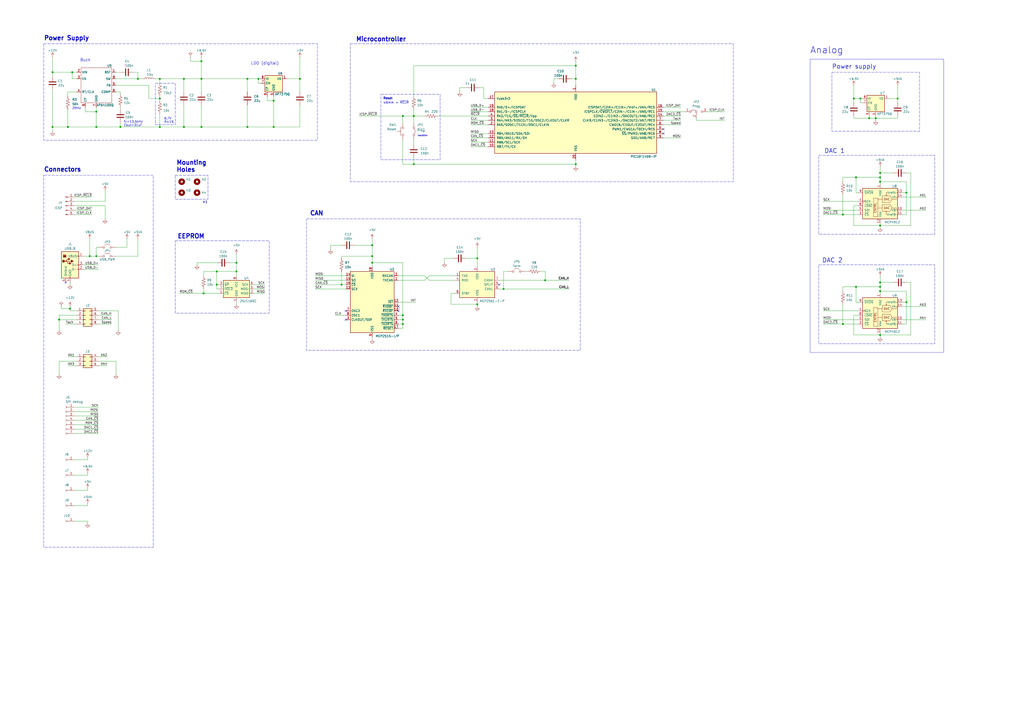
<source format=kicad_sch>
(kicad_sch (version 20250114) (generator "eeschema") (generator_version "9.0")
  (paper "A2")
  (title_block (title "CAN Gauge Interface") (date "2025-09-19") (rev "0.1") (company "Sam Anthony"))
  (rectangle (start 482.6 41.91) (end 533.4 76.2) (stroke (width 0) (type dash)))
  (rectangle (start 25.4 25.4) (end 184.15 81.28) (stroke (width 0) (type dash)))
  (rectangle (start 101.6 139.7) (end 156.21 181.61) (stroke (width 0) (type dash)))
  (rectangle (start 101.6 101.5999) (end 120.65 115.5699) (stroke (width 0) (type dash)))
  (rectangle (start 90.17 48.26) (end 101.6 72.39) (stroke (width 0) (type dash)))
  (rectangle (start 220.98 54.61) (end 255.27 92.71) (stroke (width 0) (type dash)))
  (rectangle (start 474.98 153.67) (end 542.29 199.39) (stroke (width 0) (type dash)))
  (rectangle (start 177.8 127) (end 336.55 203.2) (stroke (width 0) (type dash)))
  (rectangle (start 25.4 101.6) (end 88.9 317.5) (stroke (width 0) (type dash)))
  (rectangle (start 474.98 90.17) (end 542.29 135.89) (stroke (width 0) (type dash)))
  (rectangle (start 203.2 25.4) (end 425.45 105.41) (stroke (width 0) (type dash)))
  (rectangle (start 469.9 34.29) (end 547.37 204.47))
  (text "Connectors" (at 25.4 98.425 0) (effects (font (size 2.54 2.54) (thickness 0.508) (bold yes)) (justify left)))
  (text "Power Supply" (at 25.4 22.225 0) (effects (font (size 2.54 2.54) (thickness 0.508) (bold yes)) (justify left)))
  (text "LDO (digital)" (at 153.67 36.83 0) (effects (font (size 1.651 1.651))))
  (text "CAN" (at 179.705 123.825 0) (effects (font (size 2.54 2.54) (thickness 0.508) (bold yes)) (justify left)))
  (text "2MHz\n" (at 44.45 62.865 0) (effects (font (size 1.27 1.27))))
  (text "6.7V\nR±1%" (at 95.25 69.85 0) (effects (font (size 1.27 1.27)) (justify left)))
  (text "Reset" (at 222.25 57.15 0) (effects (font (size 1.27 1.27) (thickness 0.254) (bold yes)) (justify left)))
  (text "fc=13.5kHz\nCout=31uF" (at 71.755 71.755 0) (effects (font (size 1.27 1.27)) (justify left)))
  (text "Mounting\nHoles" (at 102.235 96.5199 0) (effects (font (size 2.54 2.54) (thickness 0.508) (bold yes)) (justify left)))
  (text "Power supply" (at 482.6 38.735 0) (effects (font (size 2.54 2.54) (thickness 0.254) (bold yes)) (justify left)))
  (text "M3\n" (at 117.475 117.4749 0) (effects (font (size 1.27 1.27)) (justify left)))
  (text "EEPROM" (at 102.87 137.16 0) (effects (font (size 2.54 2.54) (thickness 0.508) (bold yes)) (justify left)))
  (text "≤6mm ↔ ~{MCLR}" (at 222.25 59.69 0) (effects (font (size 1.27 1.27)) (justify left)))
  (text "DAC 1" (at 478.155 87.63 0) (effects (font (size 2.54 2.54) (thickness 0.254) (bold yes)) (justify left)))
  (text "Buck" (at 49.53 34.925 0) (effects (font (size 1.651 1.651))))
  (text "Microcontroller" (at 206.375 22.86 0) (effects (font (size 2.54 2.54) (thickness 0.508) (bold yes)) (justify left)))
  (text "Analog" (at 469.9 29.21 0) (effects (font (size 3.81 3.81) (thickness 0.254) (bold yes)) (justify left)))
  (text "Isolation" (at 245.11 78.74 0) (effects (font (size 0.889 0.889))))
  (text "DAC 2" (at 476.885 151.13 0) (effects (font (size 2.54 2.54) (thickness 0.254) (bold yes)) (justify left)))
  (junction (at 158.75 58.42))
  (junction (at 510.54 166.37))
  (junction (at 504.19 68.58))
  (junction (at 106.68 45.72))
  (junction (at 510.54 168.91))
  (junction (at 137.16 157.48))
  (junction (at 510.54 100.33))
  (junction (at 55.88 73.66))
  (junction (at 116.84 73.66))
  (junction (at 39.37 73.66))
  (junction (at 106.68 73.66))
  (junction (at 233.68 185.42))
  (junction (at 173.99 45.72))
  (junction (at 34.29 185.42))
  (junction (at 496.57 166.37))
  (junction (at 137.16 152.4))
  (junction (at 525.78 111.76))
  (junction (at 143.51 73.66))
  (junction (at 488.95 187.96))
  (junction (at 92.71 73.66))
  (junction (at 334.01 38.1))
  (junction (at 508 68.58))
  (junction (at 233.68 182.88))
  (junction (at 334.01 45.72))
  (junction (at 495.3 57.15))
  (junction (at 55.88 148.59))
  (junction (at 488.95 124.46))
  (junction (at 40.64 179.07))
  (junction (at 510.54 130.81))
  (junction (at 334.01 95.25))
  (junction (at 149.86 45.72))
  (junction (at 30.48 41.91))
  (junction (at 158.75 73.66))
  (junction (at 215.9 142.24))
  (junction (at 80.01 45.72))
  (junction (at 240.03 67.31))
  (junction (at 510.54 102.87))
  (junction (at 510.54 194.31))
  (junction (at 92.71 57.15))
  (junction (at 55.88 64.77))
  (junction (at 525.78 175.26))
  (junction (at 30.48 73.66))
  (junction (at 92.71 45.72))
  (junction (at 276.86 176.53))
  (junction (at 116.84 35.56))
  (junction (at 215.9 152.4))
  (junction (at 520.7 57.15))
  (junction (at 276.86 149.86))
  (junction (at 316.23 162.56))
  (junction (at 125.73 165.1))
  (junction (at 41.91 41.91))
  (junction (at 510.54 163.83))
  (junction (at 499.11 57.15))
  (junction (at 118.11 170.18))
  (junction (at 52.07 148.59))
  (junction (at 215.9 148.59))
  (junction (at 496.57 102.87))
  (junction (at 198.12 165.1))
  (junction (at 125.73 157.48))
  (junction (at 510.54 105.41))
  (junction (at 69.85 73.66))
  (junction (at 240.03 95.25))
  (junction (at 233.68 67.31))
  (junction (at 233.68 187.96))
  (junction (at 143.51 45.72))
  (junction (at 116.84 45.72))
  (junction (at 292.1 167.64))
  (no_connect (at 38.1 163.83))
  (no_connect (at 231.14 177.8))
  (no_connect (at 200.66 185.42))
  (no_connect (at 289.56 165.1))
  (no_connect (at 200.66 180.34))
  (no_connect (at 384.81 74.93))
  (no_connect (at 384.81 77.47))
  (no_connect (at 231.14 180.34))
  (wire (pts (xy 231.14 162.56) (xy 246.38 162.56)))
  (wire (pts (xy 240.03 95.25) (xy 240.03 91.44)))
  (wire (pts (xy 499.11 57.15) (xy 495.3 57.15)))
  (wire (pts (xy 116.84 33.02) (xy 116.84 35.56)))
  (wire (pts (xy 215.9 142.24) (xy 215.9 148.59)))
  (wire (pts (xy 50.8 302.26) (xy 50.8 303.53)))
  (wire (pts (xy 44.45 185.42) (xy 34.29 185.42)))
  (wire (pts (xy 57.15 182.88) (xy 64.77 182.88)))
  (wire (pts (xy 106.68 45.72) (xy 116.84 45.72)))
  (wire (pts (xy 158.75 58.42) (xy 158.75 73.66)))
  (wire (pts (xy 495.3 182.88) (xy 497.84 182.88)))
  (wire (pts (xy 292.1 157.48) (xy 294.64 157.48)))
  (wire (pts (xy 44.45 209.55) (xy 34.29 209.55)))
  (wire (pts (xy 233.68 187.96) (xy 233.68 185.42)))
  (wire (pts (xy 495.3 119.38) (xy 497.84 119.38)))
  (wire (pts (xy 240.03 38.1) (xy 334.01 38.1)))
  (wire (pts (xy 231.14 187.96) (xy 233.68 187.96)))
  (wire (pts (xy 44.45 41.91) (xy 41.91 41.91)))
  (wire (pts (xy 384.81 80.01) (xy 394.97 80.01)))
  (wire (pts (xy 508 67.31) (xy 508 68.58)))
  (wire (pts (xy 289.56 167.64) (xy 292.1 167.64)))
  (wire (pts (xy 510.54 168.91) (xy 510.54 170.18)))
  (wire (pts (xy 215.9 195.58) (xy 215.9 196.85)))
  (wire (pts (xy 60.96 116.84) (xy 60.96 110.49)))
  (wire (pts (xy 67.31 53.34) (xy 69.85 53.34)))
  (wire (pts (xy 499.11 59.69) (xy 499.11 57.15)))
  (wire (pts (xy 80.01 45.72) (xy 82.55 45.72)))
  (wire (pts (xy 48.26 153.67) (xy 57.15 153.67)))
  (wire (pts (xy 127 165.1) (xy 125.73 165.1)))
  (wire (pts (xy 262.89 149.86) (xy 257.81 149.86)))
  (wire (pts (xy 496.57 175.26) (xy 496.57 166.37)))
  (wire (pts (xy 149.86 48.26) (xy 149.86 45.72)))
  (wire (pts (xy 488.95 187.96) (xy 497.84 187.96)))
  (wire (pts (xy 118.11 157.48) (xy 125.73 157.48)))
  (wire (pts (xy 92.71 73.66) (xy 106.68 73.66)))
  (wire (pts (xy 240.03 38.1) (xy 240.03 55.88)))
  (wire (pts (xy 403.86 69.85) (xy 420.37 69.85)))
  (wire (pts (xy 523.24 124.46) (xy 525.78 124.46)))
  (wire (pts (xy 44.45 53.34) (xy 39.37 53.34)))
  (wire (pts (xy 477.52 180.34) (xy 497.84 180.34)))
  (wire (pts (xy 510.54 193.04) (xy 510.54 194.31)))
  (wire (pts (xy 233.68 185.42) (xy 233.68 182.88)))
  (wire (pts (xy 510.54 194.31) (xy 510.54 195.58)))
  (wire (pts (xy 525.78 168.91) (xy 510.54 168.91)))
  (wire (pts (xy 69.85 53.34) (xy 69.85 54.61)))
  (wire (pts (xy 499.11 57.15) (xy 500.38 57.15)))
  (wire (pts (xy 149.86 45.72) (xy 151.13 45.72)))
  (wire (pts (xy 198.12 165.1) (xy 198.12 157.48)))
  (wire (pts (xy 57.15 209.55) (xy 67.31 209.55)))
  (wire (pts (xy 34.29 185.42) (xy 34.29 191.77)))
  (wire (pts (xy 44.45 182.88) (xy 34.29 182.88)))
  (wire (pts (xy 116.84 45.72) (xy 143.51 45.72)))
  (wire (pts (xy 43.18 243.84) (xy 57.15 243.84)))
  (wire (pts (xy 273.05 82.55) (xy 283.21 82.55)))
  (wire (pts (xy 495.3 130.81) (xy 510.54 130.81)))
  (wire (pts (xy 523.24 177.8) (xy 537.21 177.8)))
  (wire (pts (xy 151.13 48.26) (xy 149.86 48.26)))
  (wire (pts (xy 384.81 72.39) (xy 394.97 72.39)))
  (wire (pts (xy 528.32 130.81) (xy 510.54 130.81)))
  (wire (pts (xy 50.8 275.59) (xy 50.8 274.32)))
  (wire (pts (xy 182.88 165.1) (xy 198.12 165.1)))
  (wire (pts (xy 43.18 246.38) (xy 57.15 246.38)))
  (wire (pts (xy 154.94 55.88) (xy 154.94 58.42)))
  (wire (pts (xy 497.84 111.76) (xy 496.57 111.76)))
  (wire (pts (xy 158.75 73.66) (xy 143.51 73.66)))
  (wire (pts (xy 523.24 114.3) (xy 537.21 114.3)))
  (wire (pts (xy 55.88 148.59) (xy 57.15 148.59)))
  (wire (pts (xy 30.48 41.91) (xy 30.48 44.45)))
  (wire (pts (xy 273.05 69.85) (xy 283.21 69.85)))
  (wire (pts (xy 182.88 160.02) (xy 200.66 160.02)))
  (wire (pts (xy 525.78 105.41) (xy 525.78 111.76)))
  (wire (pts (xy 496.57 102.87) (xy 510.54 102.87)))
  (wire (pts (xy 496.57 111.76) (xy 496.57 102.87)))
  (wire (pts (xy 49.53 62.23) (xy 49.53 64.77)))
  (wire (pts (xy 525.78 168.91) (xy 525.78 175.26)))
  (wire (pts (xy 194.31 182.88) (xy 200.66 182.88)))
  (wire (pts (xy 477.52 185.42) (xy 497.84 185.42)))
  (wire (pts (xy 39.37 53.34) (xy 39.37 55.88)))
  (wire (pts (xy 92.71 66.04) (xy 92.71 73.66)))
  (wire (pts (xy 57.15 180.34) (xy 68.58 180.34)))
  (wire (pts (xy 118.11 160.02) (xy 118.11 157.48)))
  (wire (pts (xy 384.81 62.23) (xy 394.97 62.23)))
  (wire (pts (xy 334.01 45.72) (xy 331.47 45.72)))
  (wire (pts (xy 334.01 49.53) (xy 334.01 45.72)))
  (wire (pts (xy 215.9 148.59) (xy 215.9 152.4)))
  (wire (pts (xy 143.51 45.72) (xy 143.51 53.34)))
  (wire (pts (xy 384.81 67.31) (xy 394.97 67.31)))
  (wire (pts (xy 208.28 67.31) (xy 233.68 67.31)))
  (wire (pts (xy 510.54 163.83) (xy 510.54 166.37)))
  (wire (pts (xy 68.58 180.34) (xy 68.58 191.77)))
  (wire (pts (xy 495.3 130.81) (xy 495.3 119.38)))
  (wire (pts (xy 523.24 185.42) (xy 537.21 185.42)))
  (wire (pts (xy 39.37 63.5) (xy 39.37 73.66)))
  (wire (pts (xy 50.8 293.37) (xy 50.8 292.1)))
  (wire (pts (xy 43.18 114.3) (xy 53.34 114.3)))
  (wire (pts (xy 191.77 142.24) (xy 191.77 144.78)))
  (wire (pts (xy 92.71 45.72) (xy 92.71 48.26)))
  (wire (pts (xy 57.15 212.09) (xy 62.23 212.09)))
  (wire (pts (xy 510.54 160.02) (xy 510.54 163.83)))
  (wire (pts (xy 528.32 163.83) (xy 528.32 194.31)))
  (wire (pts (xy 60.96 119.38) (xy 60.96 127)))
  (wire (pts (xy 283.21 57.15) (xy 280.67 57.15)))
  (wire (pts (xy 528.32 100.33) (xy 528.32 130.81)))
  (wire (pts (xy 173.99 45.72) (xy 173.99 53.34)))
  (wire (pts (xy 125.73 167.64) (xy 125.73 165.1)))
  (wire (pts (xy 525.78 105.41) (xy 510.54 105.41)))
  (wire (pts (xy 40.64 179.07) (xy 35.56 179.07)))
  (wire (pts (xy 495.3 67.31) (xy 495.3 68.58)))
  (wire (pts (xy 125.73 157.48) (xy 137.16 157.48)))
  (wire (pts (xy 55.88 143.51) (xy 57.15 143.51)))
  (wire (pts (xy 118.11 170.18) (xy 118.11 167.64)))
  (wire (pts (xy 67.31 209.55) (xy 67.31 217.17)))
  (wire (pts (xy 137.16 152.4) (xy 137.16 157.48)))
  (wire (pts (xy 147.32 170.18) (xy 153.67 170.18)))
  (wire (pts (xy 106.68 73.66) (xy 116.84 73.66)))
  (wire (pts (xy 280.67 50.8) (xy 278.13 50.8)))
  (wire (pts (xy 50.8 284.48) (xy 50.8 283.21)))
  (wire (pts (xy 520.7 68.58) (xy 520.7 67.31)))
  (wire (pts (xy 116.84 60.96) (xy 116.84 73.66)))
  (wire (pts (xy 55.88 62.23) (xy 55.88 64.77)))
  (wire (pts (xy 384.81 64.77) (xy 397.51 64.77)))
  (wire (pts (xy 270.51 149.86) (xy 276.86 149.86)))
  (wire (pts (xy 43.18 275.59) (xy 50.8 275.59)))
  (wire (pts (xy 273.05 80.01) (xy 283.21 80.01)))
  (wire (pts (xy 41.91 45.72) (xy 41.91 41.91)))
  (wire (pts (xy 198.12 149.86) (xy 198.12 148.59)))
  (wire (pts (xy 280.67 57.15) (xy 280.67 50.8)))
  (wire (pts (xy 266.7 50.8) (xy 266.7 53.34)))
  (wire (pts (xy 30.48 73.66) (xy 30.48 76.2)))
  (wire (pts (xy 488.95 102.87) (xy 496.57 102.87)))
  (wire (pts (xy 520.7 57.15) (xy 515.62 57.15)))
  (wire (pts (xy 154.94 58.42) (xy 158.75 58.42)))
  (wire (pts (xy 44.45 180.34) (xy 40.64 180.34)))
  (wire (pts (xy 257.81 149.86) (xy 257.81 152.4)))
  (wire (pts (xy 316.23 157.48) (xy 316.23 162.56)))
  (wire (pts (xy 39.37 207.01) (xy 44.45 207.01)))
  (wire (pts (xy 495.3 57.15) (xy 495.3 49.53)))
  (wire (pts (xy 233.68 67.31) (xy 233.68 71.12)))
  (wire (pts (xy 92.71 57.15) (xy 86.36 57.15)))
  (wire (pts (xy 233.68 152.4) (xy 233.68 182.88)))
  (wire (pts (xy 38.1 187.96) (xy 44.45 187.96)))
  (wire (pts (xy 92.71 45.72) (xy 106.68 45.72)))
  (wire (pts (xy 43.18 251.46) (xy 57.15 251.46)))
  (wire (pts (xy 57.15 185.42) (xy 64.77 185.42)))
  (wire (pts (xy 240.03 81.28) (xy 240.03 83.82)))
  (wire (pts (xy 504.19 68.58) (xy 508 68.58)))
  (wire (pts (xy 233.68 152.4) (xy 215.9 152.4)))
  (wire (pts (xy 86.36 49.53) (xy 67.31 49.53)))
  (wire (pts (xy 510.54 105.41) (xy 510.54 106.68)))
  (wire (pts (xy 57.15 187.96) (xy 64.77 187.96)))
  (wire (pts (xy 40.64 180.34) (xy 40.64 179.07)))
  (wire (pts (xy 273.05 77.47) (xy 283.21 77.47)))
  (wire (pts (xy 158.75 55.88) (xy 158.75 58.42)))
  (wire (pts (xy 200.66 165.1) (xy 198.12 165.1)))
  (wire (pts (xy 30.48 33.02) (xy 30.48 41.91)))
  (wire (pts (xy 316.23 162.56) (xy 330.2 162.56)))
  (wire (pts (xy 233.68 67.31) (xy 240.03 67.31)))
  (wire (pts (xy 528.32 194.31) (xy 510.54 194.31)))
  (wire (pts (xy 198.12 148.59) (xy 215.9 148.59)))
  (wire (pts (xy 92.71 57.15) (xy 92.71 58.42)))
  (wire (pts (xy 173.99 73.66) (xy 158.75 73.66)))
  (wire (pts (xy 525.78 175.26) (xy 525.78 187.96)))
  (wire (pts (xy 510.54 96.52) (xy 510.54 100.33)))
  (wire (pts (xy 231.14 190.5) (xy 233.68 190.5)))
  (wire (pts (xy 304.8 157.48) (xy 306.07 157.48)))
  (wire (pts (xy 104.14 170.18) (xy 118.11 170.18)))
  (wire (pts (xy 495.3 194.31) (xy 510.54 194.31)))
  (wire (pts (xy 270.51 50.8) (xy 266.7 50.8)))
  (wire (pts (xy 334.01 95.25) (xy 334.01 96.52)))
  (wire (pts (xy 410.21 64.77) (xy 420.37 64.77)))
  (wire (pts (xy 55.88 73.66) (xy 39.37 73.66)))
  (wire (pts (xy 510.54 100.33) (xy 518.16 100.33)))
  (wire (pts (xy 43.18 241.3) (xy 57.15 241.3)))
  (wire (pts (xy 40.64 179.07) (xy 40.64 177.8)))
  (wire (pts (xy 43.18 238.76) (xy 57.15 238.76)))
  (wire (pts (xy 510.54 166.37) (xy 510.54 168.91)))
  (wire (pts (xy 488.95 168.91) (xy 488.95 166.37)))
  (wire (pts (xy 500.38 59.69) (xy 499.11 59.69)))
  (wire (pts (xy 55.88 148.59) (xy 55.88 143.51)))
  (wire (pts (xy 116.84 35.56) (xy 116.84 45.72)))
  (wire (pts (xy 67.31 148.59) (xy 80.01 148.59)))
  (wire (pts (xy 254 67.31) (xy 283.21 67.31)))
  (wire (pts (xy 106.68 45.72) (xy 106.68 53.34)))
  (wire (pts (xy 523.24 175.26) (xy 525.78 175.26)))
  (wire (pts (xy 48.26 148.59) (xy 52.07 148.59)))
  (wire (pts (xy 233.68 81.28) (xy 233.68 95.25)))
  (wire (pts (xy 92.71 73.66) (xy 69.85 73.66)))
  (wire (pts (xy 52.07 148.59) (xy 55.88 148.59)))
  (wire (pts (xy 43.18 284.48) (xy 50.8 284.48)))
  (wire (pts (xy 488.95 166.37) (xy 496.57 166.37)))
  (wire (pts (xy 273.05 64.77) (xy 283.21 64.77)))
  (wire (pts (xy 488.95 124.46) (xy 497.84 124.46)))
  (wire (pts (xy 520.7 49.53) (xy 520.7 57.15)))
  (wire (pts (xy 69.85 62.23) (xy 69.85 63.5)))
  (wire (pts (xy 147.32 167.64) (xy 153.67 167.64)))
  (wire (pts (xy 510.54 102.87) (xy 510.54 105.41)))
  (wire (pts (xy 57.15 207.01) (xy 62.23 207.01)))
  (wire (pts (xy 173.99 33.02) (xy 173.99 45.72)))
  (wire (pts (xy 44.45 45.72) (xy 41.91 45.72)))
  (wire (pts (xy 496.57 166.37) (xy 510.54 166.37)))
  (wire (pts (xy 276.86 176.53) (xy 276.86 177.8)))
  (wire (pts (xy 77.47 41.91) (xy 80.01 41.91)))
  (wire (pts (xy 248.92 160.02) (xy 246.38 162.56)))
  (wire (pts (xy 39.37 212.09) (xy 44.45 212.09)))
  (wire (pts (xy 90.17 45.72) (xy 92.71 45.72)))
  (wire (pts (xy 495.3 68.58) (xy 504.19 68.58)))
  (wire (pts (xy 488.95 113.03) (xy 488.95 124.46)))
  (wire (pts (xy 321.31 45.72) (xy 323.85 45.72)))
  (wire (pts (xy 137.16 175.26) (xy 137.16 176.53)))
  (wire (pts (xy 34.29 209.55) (xy 34.29 217.17)))
  (wire (pts (xy 231.14 182.88) (xy 233.68 182.88)))
  (wire (pts (xy 495.3 57.15) (xy 495.3 59.69)))
  (wire (pts (xy 137.16 157.48) (xy 137.16 160.02)))
  (wire (pts (xy 125.73 157.48) (xy 125.73 165.1)))
  (wire (pts (xy 510.54 130.81) (xy 510.54 132.08)))
  (wire (pts (xy 313.69 157.48) (xy 316.23 157.48)))
  (wire (pts (xy 92.71 55.88) (xy 92.71 57.15)))
  (wire (pts (xy 334.01 92.71) (xy 334.01 95.25)))
  (wire (pts (xy 116.84 45.72) (xy 116.84 53.34)))
  (wire (pts (xy 477.52 187.96) (xy 488.95 187.96)))
  (wire (pts (xy 276.86 175.26) (xy 276.86 176.53)))
  (wire (pts (xy 67.31 45.72) (xy 80.01 45.72)))
  (wire (pts (xy 43.18 248.92) (xy 57.15 248.92)))
  (wire (pts (xy 173.99 60.96) (xy 173.99 73.66)))
  (wire (pts (xy 495.3 194.31) (xy 495.3 182.88)))
  (wire (pts (xy 34.29 182.88) (xy 34.29 185.42)))
  (wire (pts (xy 292.1 167.64) (xy 292.1 157.48)))
  (wire (pts (xy 80.01 41.91) (xy 80.01 45.72)))
  (wire (pts (xy 182.88 167.64) (xy 200.66 167.64)))
  (wire (pts (xy 50.8 266.7) (xy 50.8 265.43)))
  (wire (pts (xy 43.18 293.37) (xy 50.8 293.37)))
  (wire (pts (xy 143.51 73.66) (xy 116.84 73.66)))
  (wire (pts (xy 69.85 73.66) (xy 55.88 73.66)))
  (wire (pts (xy 133.35 152.4) (xy 137.16 152.4)))
  (wire (pts (xy 273.05 72.39) (xy 283.21 72.39)))
  (wire (pts (xy 67.31 41.91) (xy 69.85 41.91)))
  (wire (pts (xy 137.16 147.32) (xy 137.16 152.4)))
  (wire (pts (xy 240.03 95.25) (xy 334.01 95.25)))
  (wire (pts (xy 69.85 71.12) (xy 69.85 73.66)))
  (wire (pts (xy 525.78 100.33) (xy 528.32 100.33)))
  (wire (pts (xy 198.12 142.24) (xy 191.77 142.24)))
  (wire (pts (xy 261.62 170.18) (xy 264.16 170.18)))
  (wire (pts (xy 49.53 64.77) (xy 55.88 64.77)))
  (wire (pts (xy 215.9 138.43) (xy 215.9 142.24)))
  (wire (pts (xy 510.54 100.33) (xy 510.54 102.87)))
  (wire (pts (xy 110.49 35.56) (xy 110.49 33.02)))
  (wire (pts (xy 43.18 116.84) (xy 60.96 116.84)))
  (wire (pts (xy 240.03 67.31) (xy 246.38 67.31)))
  (wire (pts (xy 523.24 111.76) (xy 525.78 111.76)))
  (wire (pts (xy 289.56 162.56) (xy 316.23 162.56)))
  (wire (pts (xy 48.26 156.21) (xy 57.15 156.21)))
  (wire (pts (xy 30.48 52.07) (xy 30.48 73.66)))
  (wire (pts (xy 73.66 143.51) (xy 73.66 138.43)))
  (wire (pts (xy 43.18 119.38) (xy 60.96 119.38)))
  (wire (pts (xy 52.07 138.43) (xy 52.07 148.59)))
  (wire (pts (xy 520.7 59.69) (xy 520.7 57.15)))
  (wire (pts (xy 240.03 67.31) (xy 240.03 71.12)))
  (wire (pts (xy 215.9 152.4) (xy 215.9 154.94)))
  (wire (pts (xy 233.68 95.25) (xy 240.03 95.25)))
  (wire (pts (xy 147.32 165.1) (xy 153.67 165.1)))
  (wire (pts (xy 35.56 179.07) (xy 35.56 177.8)))
  (wire (pts (xy 106.68 60.96) (xy 106.68 73.66)))
  (wire (pts (xy 261.62 176.53) (xy 261.62 170.18)))
  (wire (pts (xy 41.91 41.91) (xy 30.48 41.91)))
  (wire (pts (xy 43.18 124.46) (xy 53.34 124.46)))
  (wire (pts (xy 40.64 163.83) (xy 40.64 165.1)))
  (wire (pts (xy 127 167.64) (xy 125.73 167.64)))
  (wire (pts (xy 43.18 302.26) (xy 50.8 302.26)))
  (wire (pts (xy 523.24 121.92) (xy 537.21 121.92)))
  (wire (pts (xy 384.81 69.85) (xy 394.97 69.85)))
  (wire (pts (xy 205.74 142.24) (xy 215.9 142.24)))
  (wire (pts (xy 508 68.58) (xy 520.7 68.58)))
  (wire (pts (xy 231.14 160.02) (xy 246.38 160.02)))
  (wire (pts (xy 488.95 105.41) (xy 488.95 102.87)))
  (wire (pts (xy 488.95 176.53) (xy 488.95 187.96)))
  (wire (pts (xy 143.51 60.96) (xy 143.51 73.66)))
  (wire (pts (xy 276.86 176.53) (xy 261.62 176.53)))
  (wire (pts (xy 321.31 48.26) (xy 321.31 45.72)))
  (wire (pts (xy 523.24 187.96) (xy 525.78 187.96)))
  (wire (pts (xy 67.31 143.51) (xy 73.66 143.51)))
  (wire (pts (xy 43.18 236.22) (xy 57.15 236.22)))
  (wire (pts (xy 477.52 124.46) (xy 488.95 124.46)))
  (wire (pts (xy 149.86 45.72) (xy 143.51 45.72)))
  (wire (pts (xy 114.3 152.4) (xy 114.3 153.67)))
  (wire (pts (xy 504.19 67.31) (xy 504.19 68.58)))
  (wire (pts (xy 86.36 57.15) (xy 86.36 49.53)))
  (wire (pts (xy 114.3 152.4) (xy 125.73 152.4)))
  (wire (pts (xy 497.84 175.26) (xy 496.57 175.26)))
  (wire (pts (xy 403.86 68.58) (xy 403.86 69.85)))
  (wire (pts (xy 508 68.58) (xy 508 69.85)))
  (wire (pts (xy 334.01 38.1) (xy 334.01 45.72)))
  (wire (pts (xy 116.84 35.56) (xy 110.49 35.56)))
  (wire (pts (xy 276.86 143.51) (xy 276.86 149.86)))
  (wire (pts (xy 127 170.18) (xy 118.11 170.18)))
  (wire (pts (xy 233.68 190.5) (xy 233.68 187.96)))
  (wire (pts (xy 39.37 73.66) (xy 30.48 73.66)))
  (wire (pts (xy 525.78 163.83) (xy 528.32 163.83)))
  (wire (pts (xy 510.54 163.83) (xy 518.16 163.83)))
  (wire (pts (xy 477.52 121.92) (xy 497.84 121.92)))
  (wire (pts (xy 334.01 35.56) (xy 334.01 38.1)))
  (wire (pts (xy 292.1 167.64) (xy 330.2 167.64)))
  (wire (pts (xy 231.14 175.26) (xy 241.3 175.26)))
  (wire (pts (xy 166.37 45.72) (xy 173.99 45.72)))
  (wire (pts (xy 231.14 185.42) (xy 233.68 185.42)))
  (wire (pts (xy 510.54 129.54) (xy 510.54 130.81)))
  (wire (pts (xy 43.18 266.7) (xy 50.8 266.7)))
  (wire (pts (xy 273.05 62.23) (xy 283.21 62.23)))
  (wire (pts (xy 248.92 162.56) (xy 264.16 162.56)))
  (wire (pts (xy 477.52 116.84) (xy 497.84 116.84)))
  (wire (pts (xy 273.05 85.09) (xy 283.21 85.09)))
  (wire (pts (xy 55.88 64.77) (xy 55.88 73.66)))
  (wire (pts (xy 182.88 162.56) (xy 200.66 162.56)))
  (wire (pts (xy 248.92 160.02) (xy 264.16 160.02)))
  (wire (pts (xy 246.38 160.02) (xy 248.92 162.56)))
  (wire (pts (xy 525.78 111.76) (xy 525.78 124.46)))
  (wire (pts (xy 240.03 63.5) (xy 240.03 67.31)))
  (wire (pts (xy 43.18 121.92) (xy 53.34 121.92)))
  (wire (pts (xy 80.01 148.59) (xy 80.01 138.43)))
  (wire (pts (xy 276.86 149.86) (xy 276.86 154.94)))
  (label "DAC1_~{CS}" (at 477.52 124.46 0))
  (label "MISO" (at 57.15 241.3 180))
  (label "CAN_H" (at 330.2 162.56 180) (effects (font (thickness 0.254) (bold yes))))
  (label "SCK" (at 153.67 165.1 180) (effects (font (thickness 0.1588))))
  (label "Speed" (at 64.77 187.96 180) (effects (font (thickness 0.1588))))
  (label "CLK" (at 273.05 69.85 0))
  (label "MOSI" (at 394.97 80.01 180) (effects (font (thickness 0.1588))))
  (label "ICSP_DAT" (at 394.97 62.23 180))
  (label "CAN_L" (at 64.77 185.42 180))
  (label "ROM_~{CS}" (at 104.14 170.18 0) (effects (font (thickness 0.1588))))
  (label "MOSI" (at 182.88 160.02 0) (effects (font (thickness 0.1588))))
  (label "DAC1_~{CS}" (at 273.05 85.09 0))
  (label "AN3" (at 39.37 212.09 0) (effects (font (thickness 0.1588))))
  (label "Speed" (at 394.97 72.39 180))
  (label "AN1" (at 537.21 114.3 180))
  (label "CAN_~{CS}" (at 273.05 80.01 0))
  (label "CAN_~{CS}" (at 57.15 243.84 180))
  (label "INT" (at 420.37 69.85 180))
  (label "CLK" (at 194.31 182.88 0))
  (label "MISO" (at 153.67 170.18 180) (effects (font (thickness 0.1588))))
  (label "INT" (at 241.3 175.26 180) (effects (font (thickness 0.1588))))
  (label "MOSI" (at 153.67 167.64 180) (effects (font (thickness 0.1588))))
  (label "ICSP_CLK" (at 53.34 124.46 180))
  (label "AN2" (at 62.23 207.01 180) (effects (font (thickness 0.1588))))
  (label "SCK" (at 273.05 82.55 0) (effects (font (thickness 0.1588))))
  (label "Tach" (at 38.1 187.96 0) (effects (font (thickness 0.1588))))
  (label "CAN_~{CS}" (at 182.88 165.1 0) (effects (font (thickness 0.1588))))
  (label "ICSP_CLK" (at 420.37 64.77 180))
  (label "USB_D+" (at 273.05 62.23 0))
  (label "SCK" (at 477.52 180.34 0) (effects (font (thickness 0.1588))))
  (label "ROM_~{CS}" (at 57.15 246.38 180))
  (label "AN1" (at 39.37 207.01 0) (effects (font (thickness 0.1588))))
  (label "DAC2_~{CS}" (at 394.97 67.31 180))
  (label "USB_D-" (at 273.05 64.77 0))
  (label "SCK" (at 57.15 236.22 180))
  (label "AN4" (at 62.23 212.09 180) (effects (font (thickness 0.1588))))
  (label "MOSI" (at 477.52 121.92 0))
  (label "AN4" (at 537.21 185.42 180))
  (label "MISO" (at 182.88 162.56 0) (effects (font (thickness 0.1588))))
  (label "DAC1_~{CS}" (at 57.15 248.92 180))
  (label "MOSI" (at 57.15 238.76 180))
  (label "~{MCLR}" (at 273.05 67.31 0))
  (label "AN3" (at 537.21 177.8 180))
  (label "DAC2_~{CS}" (at 57.15 251.46 180))
  (label "USB_D-" (at 57.15 156.21 180))
  (label "AN2" (at 537.21 121.92 180))
  (label "USB_D+" (at 57.15 153.67 180))
  (label "SCK" (at 182.88 167.64 0) (effects (font (thickness 0.1588))))
  (label "Tach" (at 394.97 69.85 180))
  (label "ROM_~{CS}" (at 273.05 72.39 0))
  (label "ICSP_DAT" (at 53.34 121.92 180))
  (label "ICSP_~{MCLR}" (at 53.34 114.3 180))
  (label "MISO" (at 273.05 77.47 0) (effects (font (thickness 0.1588))))
  (label "ICSP_~{MCLR}" (at 208.28 67.31 0))
  (label "MOSI" (at 477.52 185.42 0))
  (label "CAN_L" (at 330.2 167.64 180) (effects (font (thickness 0.254) (bold yes))))
  (label "SCK" (at 477.52 116.84 0) (effects (font (thickness 0.1588))))
  (label "DAC2_~{CS}" (at 477.52 187.96 0))
  (label "CAN_H" (at 64.77 182.88 180) (effects (font (thickness 0.1588))))
  (symbol (lib_id "power:GND") (at 215.9 196.85 0) (unit 1)
    (property "Reference" "#PWR028" (effects (hide yes)))
    (property "Value" "GND" (effects (hide yes)))
    (property "Description" "Power symbol creates a global label with name \"GND\" , ground" (effects (hide yes)))
  )
  (symbol (lib_id "Connector:USB_B") (at 40.64 153.67 0) (unit 1)
    (property "Reference" "J1" (at 40.64 141.605 0))
    (property "Value" "USB_B" (at 40.64 144.145 0))
    (property "Footprint" "Connector_USB:USB_B_OST_USB-B1HSxx_Horizontal" (effects (hide yes)))
    (property "Description" "USB Type B connector" (effects (hide yes)))
  )
  (symbol (lib_id "power:GND") (at 50.8 303.53 0) (unit 1)
    (property "Reference" "#PWR039" (effects (hide yes)))
    (property "Value" "GND" (effects (hide yes)))
    (property "Description" "Power symbol creates a global label with name \"GND\" , ground" (effects (hide yes)))
  )
  (symbol (lib_id "Device:C") (at 173.99 57.15 0) (unit 1)
    (property "Reference" "C7" (at 177.8 55.8799 0) (effects (justify left)))
    (property "Value" "22u" (at 177.8 58.4199 0) (effects (justify left)))
    (property "Footprint" "Capacitor_SMD:C_1206_3216Metric_Pad1.33x1.80mm_HandSolder" (effects (hide yes)))
    (property "Description" "Unpolarized capacitor" (effects (hide yes)))
  )
  (symbol (lib_id "power:+12V") (at 40.64 177.8 0) (unit 1)
    (property "Reference" "#PWR029" (effects (hide yes)))
    (property "Value" "+12V" (at 40.64 172.72 0))
    (property "Description" "Power symbol creates a global label with name \"+12V\"" (effects (hide yes)))
  )
  (symbol (lib_id "power:GND") (at 68.58 191.77 0) (unit 1)
    (property "Reference" "#PWR033" (effects (hide yes)))
    (property "Value" "GND" (effects (hide yes)))
    (property "Description" "Power symbol creates a global label with name \"GND\" , ground" (effects (hide yes)))
  )
  (symbol (lib_id "Device:C") (at 129.54 152.4 90) (unit 1)
    (property "Reference" "C15" (at 129.54 146.05 90))
    (property "Value" "100n" (at 129.54 148.59 90))
    (property "Footprint" "Capacitor_SMD:C_1206_3216Metric_Pad1.33x1.80mm_HandSolder" (effects (hide yes)))
    (property "Description" "Unpolarized capacitor" (effects (hide yes)))
  )
  (symbol (lib_id "Jumper:Jumper_2_Bridged") (at 240.03 76.2 270) (mirror x) (unit 1)
    (property "Reference" "JP1" (at 241.935 72.39 90) (effects (justify left)))
    (property "Value" "~{Prog}" (at 241.935 75.565 90) (effects (justify left)))
    (property "Footprint" "Connector_PinSocket_2.54mm:PinSocket_1x02_P2.54mm_Vertical" (effects (hide yes)))
    (property "Description" "Jumper, 2-pole, closed/bridged" (effects (hide yes)))
  )
  (symbol (lib_id "Device:C") (at 266.7 149.86 90) (unit 1)
    (property "Reference" "C14" (at 266.7 143.51 90))
    (property "Value" "100n" (at 266.7 146.05 90))
    (property "Footprint" "Capacitor_SMD:C_1206_3216Metric_Pad1.33x1.80mm_HandSolder" (effects (hide yes)))
    (property "Description" "Unpolarized capacitor" (effects (hide yes)))
  )
  (symbol (lib_id "power:+5V") (at 173.99 33.02 0) (unit 1)
    (property "Reference" "#PWR06" (effects (hide yes)))
    (property "Value" "+5V" (at 173.99 29.21 0))
    (property "Description" "Power symbol creates a global label with name \"+5V\"" (effects (hide yes)))
  )
  (symbol (lib_id "Device:C") (at 106.68 57.15 180) (unit 1)
    (property "Reference" "C2" (at 111.125 55.245 0))
    (property "Value" "22u" (at 111.76 57.785 0))
    (property "Footprint" "Capacitor_SMD:C_1206_3216Metric_Pad1.33x1.80mm_HandSolder" (effects (hide yes)))
    (property "Description" "Unpolarized capacitor" (effects (hide yes)))
  )
  (symbol (lib_id "Device:C") (at 30.48 48.26 0) (unit 1)
    (property "Reference" "C1" (at 34.925 46.99 0))
    (property "Value" "22u" (at 35.56 49.53 0))
    (property "Footprint" "Capacitor_SMD:C_1206_3216Metric_Pad1.33x1.80mm_HandSolder" (effects (hide yes)))
    (property "Description" "Unpolarized capacitor" (effects (hide yes)))
  )
  (symbol (lib_id "Device:C") (at 495.3 63.5 0) (unit 1)
    (property "Reference" "C8" (at 492.125 62.23 0) (effects (justify right)))
    (property "Value" "22u" (at 492.125 64.77 0) (effects (justify right)))
    (property "Footprint" "Capacitor_SMD:C_1206_3216Metric_Pad1.33x1.80mm_HandSolder" (effects (hide yes)))
    (property "Description" "Unpolarized capacitor" (effects (hide yes)))
  )
  (symbol (lib_id "Memory_EEPROM:25LCxxx") (at 137.16 167.64 0) (unit 1)
    (property "Reference" "U4" (at 141.605 161.29 0) (effects (justify left)))
    (property "Value" "25LC160C" (at 139.065 174.625 0) (effects (justify left)))
    (property "Footprint" "Package_DIP:DIP-8_W7.62mm" (effects (hide yes)))
    (property "Datasheet" "http://ww1.microchip.com/downloads/en/DeviceDoc/21832H.pdf" (effects (hide yes)))
    (property "Description" "SPI Serial EEPROM, DIP-8/SOIC-8/TSSOP-8" (effects (hide yes)))
  )
  (symbol (lib_id "Jumper:Jumper_3_Bridged12") (at 403.86 64.77 0) (unit 1) (in_bom no)
    (property "Reference" "JP2" (at 403.86 59.055 0))
    (property "Value" "Prog" (at 403.86 61.595 0))
    (property "Footprint" "Connector_PinSocket_2.54mm:PinSocket_1x03_P2.54mm_Vertical" (effects (hide yes)))
    (property "Description" "Jumper, 3-pole, pins 1+2 closed/bridged" (effects (hide yes)))
  )
  (symbol (lib_id "power:GND") (at 510.54 132.08 0) (unit 1)
    (property "Reference" "#PWR017" (effects (hide yes)))
    (property "Value" "GND" (effects (hide yes)))
    (property "Description" "Power symbol creates a global label with name \"GND\" , ground" (effects (hide yes)))
  )
  (symbol (lib_id "power:PWR_FLAG") (at 110.49 33.02 0) (unit 1)
    (property "Reference" "#FLG02" (effects (hide yes)))
    (property "Value" "+6.5V" (effects (hide yes)))
    (property "Description" "Special symbol for telling ERC where power comes from" (effects (hide yes)))
  )
  (symbol (lib_id "power:GND") (at 510.54 195.58 0) (unit 1)
    (property "Reference" "#PWR019" (effects (hide yes)))
    (property "Value" "GND" (effects (hide yes)))
    (property "Description" "Power symbol creates a global label with name \"GND\" , ground" (effects (hide yes)))
  )
  (symbol (lib_id "power:GND") (at 334.01 96.52 0) (unit 1)
    (property "Reference" "#PWR01" (effects (hide yes)))
    (property "Value" "GND" (effects (hide yes)))
    (property "Description" "Power symbol creates a global label with name \"GND\" , ground" (effects (hide yes)))
  )
  (symbol (lib_id "Device:R_US") (at 198.12 153.67 0) (unit 1)
    (property "Reference" "R7" (at 200.025 152.4 0) (effects (justify left)))
    (property "Value" "10k" (at 200.025 154.94 0) (effects (justify left)))
    (property "Footprint" "Resistor_SMD:R_0805_2012Metric_Pad1.20x1.40mm_HandSolder" (effects (hide yes)))
    (property "Description" "Resistor, US symbol" (effects (hide yes)))
  )
  (symbol (lib_id "Device:R_US") (at 118.11 163.83 0) (unit 1)
    (property "Reference" "R9" (at 120.015 162.56 0) (effects (justify left)))
    (property "Value" "10k" (at 120.015 165.1 0) (effects (justify left)))
    (property "Footprint" "Resistor_SMD:R_0805_2012Metric_Pad1.20x1.40mm_HandSolder" (effects (hide yes)))
    (property "Description" "Resistor, US symbol" (effects (hide yes)))
  )
  (symbol (lib_id "Mechanical:MountingHole") (at 105.41 105.4099 0) (unit 1) (exclude_from_sim yes) (in_bom no)
    (property "Reference" "H1" (at 107.95 104.1398 0) (effects (justify left)))
    (property "Value" "MountingHole" (effects (hide yes)))
    (property "Footprint" "MountingHole:MountingHole_3.2mm_M3_DIN965" (effects (hide yes)))
    (property "Description" "Mounting Hole without connection" (effects (hide yes)))
  )
  (symbol (lib_id "power:GND") (at 67.31 217.17 0) (unit 1)
    (property "Reference" "#PWR035" (effects (hide yes)))
    (property "Value" "GND" (effects (hide yes)))
    (property "Description" "Power symbol creates a global label with name \"GND\" , ground" (effects (hide yes)))
  )
  (symbol (lib_id "Connector:Conn_01x07_Socket") (at 38.1 243.84 0) (mirror y) (unit 1)
    (property "Reference" "J5" (at 38.1 230.505 0) (effects (justify right)))
    (property "Value" "SPI debug" (at 38.1 233.045 0) (effects (justify right)))
    (property "Footprint" "Connector_PinSocket_2.54mm:PinSocket_1x07_P2.54mm_Vertical" (effects (hide yes)))
    (property "Description" "Generic connector, single row, 01x07, script generated" (effects (hide yes)))
  )
  (symbol (lib_id "Jumper:Jumper_2_Open") (at 62.23 143.51 0) (unit 1)
    (property "Reference" "JP3" (at 62.23 140.335 0))
    (property "Value" "USB_PWR" (effects (hide yes)))
    (property "Footprint" "Connector_PinSocket_2.54mm:PinSocket_1x02_P2.54mm_Vertical" (effects (hide yes)))
    (property "Description" "Jumper, 2-pole, open" (effects (hide yes)))
  )
  (symbol (lib_id "symbols:AP64100") (at 55.88 49.53 0) (unit 1)
    (property "Reference" "U5" (at 63.5 38.1 0))
    (property "Value" "AP64100Q" (at 60.96 60.96 0))
    (property "Footprint" "Package_SO:Diodes_SO-8EP" (effects (hide yes)))
    (property "Datasheet" "https://www.diodes.com/assets/Datasheets/AP64100.pdf" (effects (hide yes)))
    (property "Description" "3.8V to40V input, 1A low IQ synchronous buck with adjustable frequency" (effects (hide yes)))
  )
  (symbol (lib_id "Device:C") (at 143.51 57.15 0) (unit 1)
    (property "Reference" "C6" (at 147.32 55.8799 0) (effects (justify left)))
    (property "Value" "22u" (at 147.32 58.4199 0) (effects (justify left)))
    (property "Footprint" "Capacitor_SMD:C_1206_3216Metric_Pad1.33x1.80mm_HandSolder" (effects (hide yes)))
    (property "Description" "Unpolarized capacitor" (effects (hide yes)))
  )
  (symbol (lib_id "Jumper:Jumper_2_Open") (at 62.23 148.59 0) (unit 1)
    (property "Reference" "JP4" (at 62.23 145.415 0))
    (property "Value" "USB_PWR" (at 62.23 150.495 0))
    (property "Footprint" "Connector_PinSocket_2.54mm:PinSocket_1x02_P2.54mm_Vertical" (effects (hide yes)))
    (property "Description" "Jumper, 2-pole, open" (effects (hide yes)))
  )
  (symbol (lib_id "Device:C") (at 201.93 142.24 90) (unit 1)
    (property "Reference" "C13" (at 201.93 135.89 90))
    (property "Value" "100n" (at 201.93 138.43 90))
    (property "Footprint" "Capacitor_SMD:C_1206_3216Metric_Pad1.33x1.80mm_HandSolder" (effects (hide yes)))
    (property "Description" "Unpolarized capacitor" (effects (hide yes)))
  )
  (symbol (lib_id "Connector_Generic:Conn_02x04_Top_Bottom") (at 49.53 182.88 0) (unit 1)
    (property "Reference" "J2" (at 50.8 177.165 0))
    (property "Value" "Conn_02x04_Top_Bottom" (effects (hide yes)))
    (property "Footprint" "Connector_Molex:Molex_Mini-Fit_Jr_5569-08A2_2x04_P4.20mm_Horizontal" (effects (hide yes)))
    (property "Datasheet" "https://www.molex.com/en-us/products/part-detail/39300080?display=pdf" (effects (hide yes)))
    (property "Description" "Generic connector, double row, 02x04, top/bottom pin numbering scheme (row 1: 1...pins_per_row, row2: pins_per_row+1 ... num_pins), script generated (kicad-library-utils/schlib/autogen/connector/)" (effects (hide yes)))
  )
  (symbol (lib_id "Device:R_US") (at 69.85 58.42 180) (unit 1)
    (property "Reference" "R5" (at 73.025 57.15 0))
    (property "Value" "12k" (at 73.66 59.69 0))
    (property "Footprint" "Resistor_SMD:R_0805_2012Metric_Pad1.20x1.40mm_HandSolder" (effects (hide yes)))
    (property "Description" "Resistor, US symbol" (effects (hide yes)))
  )
  (symbol (lib_id "Device:C") (at 520.7 63.5 0) (unit 1)
    (property "Reference" "C9" (at 523.875 62.23 0) (effects (justify left)))
    (property "Value" "22u" (at 523.875 64.77 0) (effects (justify left)))
    (property "Footprint" "Capacitor_SMD:C_1206_3216Metric_Pad1.33x1.80mm_HandSolder" (effects (hide yes)))
    (property "Description" "Unpolarized capacitor" (effects (hide yes)))
  )
  (symbol (lib_id "Device:R_US") (at 39.37 59.69 0) (unit 1)
    (property "Reference" "R3" (at 41.91 57.7849 0) (effects (justify left)))
    (property "Value" "50k" (at 41.91 60.3249 0) (effects (justify left)))
    (property "Footprint" "Resistor_SMD:R_0805_2012Metric_Pad1.20x1.40mm_HandSolder" (effects (hide yes)))
    (property "Description" "Resistor, US symbol" (effects (hide yes)))
  )
  (symbol (lib_id "Device:C") (at 240.03 87.63 0) (unit 1)
    (property "Reference" "C12" (at 243.84 86.3599 0) (effects (justify left)))
    (property "Value" "100n" (at 243.84 88.8999 0) (effects (justify left)))
    (property "Footprint" "Capacitor_SMD:C_1206_3216Metric_Pad1.33x1.80mm_HandSolder" (effects (hide yes)))
    (property "Description" "Unpolarized capacitor" (effects (hide yes)))
  )
  (symbol (lib_id "Device:R_US") (at 92.71 62.23 180) (unit 1)
    (property "Reference" "R2" (at 95.885 60.96 0))
    (property "Value" "10k" (at 96.52 64.135 0))
    (property "Footprint" "Resistor_SMD:R_0805_2012Metric_Pad1.20x1.40mm_HandSolder" (effects (hide yes)))
    (property "Description" "Resistor, US symbol" (effects (hide yes)))
  )
  (symbol (lib_id "power:GND") (at 508 69.85 0) (unit 1)
    (property "Reference" "#PWR022" (effects (hide yes)))
    (property "Value" "GND" (effects (hide yes)))
    (property "Description" "Power symbol creates a global label with name \"GND\" , ground" (effects (hide yes)))
  )
  (symbol (lib_id "power:+5V") (at 73.66 138.43 0) (unit 1)
    (property "Reference" "#PWR032" (effects (hide yes)))
    (property "Value" "+5V" (at 73.66 134.62 0))
    (property "Description" "Power symbol creates a global label with name \"+5V\"" (effects (hide yes)))
  )
  (symbol (lib_id "Device:C") (at 521.97 163.83 90) (unit 1)
    (property "Reference" "C17" (at 521.97 157.48 90))
    (property "Value" "100n" (at 521.97 160.02 90))
    (property "Footprint" "Capacitor_SMD:C_1206_3216Metric_Pad1.33x1.80mm_HandSolder" (effects (hide yes)))
    (property "Description" "Unpolarized capacitor" (effects (hide yes)))
  )
  (symbol (lib_id "Analog_DAC:MCP4912") (at 510.54 116.84 0) (unit 1)
    (property "Reference" "U8" (at 517.525 107.95 0) (effects (justify left)))
    (property "Value" "MCP4912" (at 513.08 128.905 0) (effects (justify left)))
    (property "Footprint" "Package_DIP:DIP-14_W7.62mm" (effects (hide yes)))
    (property "Datasheet" "http://ww1.microchip.com/downloads/en/DeviceDoc/22250A.pdf" (effects (hide yes)))
    (property "Description" "2-Channel 10-Bit D/A Converters with SPI Interface" (effects (hide yes)))
  )
  (symbol (lib_id "Device:R_US") (at 250.19 67.31 90) (unit 1)
    (property "Reference" "R4" (at 247.65 64.77 90))
    (property "Value" "220" (at 252.095 64.77 90))
    (property "Footprint" "Resistor_SMD:R_0805_2012Metric_Pad1.20x1.40mm_HandSolder" (effects (hide yes)))
    (property "Description" "Resistor, US symbol" (effects (hide yes)))
  )
  (symbol (lib_id "Connector:Conn_01x01_Socket") (at 38.1 266.7 0) (mirror y) (unit 1)
    (property "Reference" "J6" (at 38.735 263.525 0))
    (property "Value" "Conn_01x01_Socket" (effects (hide yes)))
    (property "Footprint" "Connector_PinSocket_2.54mm:PinSocket_1x01_P2.54mm_Vertical" (effects (hide yes)))
    (property "Description" "Generic connector, single row, 01x01, script generated" (effects (hide yes)))
  )
  (symbol (lib_id "power:GND") (at 34.29 191.77 0) (unit 1)
    (property "Reference" "#PWR030" (effects (hide yes)))
    (property "Value" "GND" (effects (hide yes)))
    (property "Description" "Power symbol creates a global label with name \"GND\" , ground" (effects (hide yes)))
  )
  (symbol (lib_id "Connector:Conn_01x01_Socket") (at 38.1 293.37 0) (mirror y) (unit 1)
    (property "Reference" "J9" (at 38.735 290.195 0))
    (property "Value" "Conn_01x01_Socket" (effects (hide yes)))
    (property "Footprint" "Connector_PinSocket_2.54mm:PinSocket_1x01_P2.54mm_Vertical" (effects (hide yes)))
    (property "Description" "Generic connector, single row, 01x01, script generated" (effects (hide yes)))
  )
  (symbol (lib_id "power:GND") (at 40.64 165.1 0) (unit 1)
    (property "Reference" "#PWR08" (effects (hide yes)))
    (property "Value" "GND" (effects (hide yes)))
    (property "Description" "Power symbol creates a global label with name \"GND\" , ground" (effects (hide yes)))
  )
  (symbol (lib_id "Device:C") (at 73.66 41.91 270) (unit 1)
    (property "Reference" "C4" (at 73.66 35.56 90))
    (property "Value" "100n" (at 74.93 38.1 90))
    (property "Footprint" "Capacitor_SMD:C_1206_3216Metric_Pad1.33x1.80mm_HandSolder" (effects (hide yes)))
    (property "Description" "Unpolarized capacitor" (effects (hide yes)))
  )
  (symbol (lib_id "power:+6V") (at 50.8 274.32 0) (unit 1)
    (property "Reference" "#PWR014" (effects (hide yes)))
    (property "Value" "+6.5V" (at 50.8 270.51 0))
    (property "Description" "Power symbol creates a global label with name \"+6V\"" (effects (hide yes)))
  )
  (symbol (lib_id "power:+12V") (at 30.48 33.02 0) (unit 1)
    (property "Reference" "#PWR04" (effects (hide yes)))
    (property "Value" "+12V" (at 30.48 29.21 0))
    (property "Description" "Power symbol creates a global label with name \"+12V\"" (effects (hide yes)))
  )
  (symbol (lib_id "Connector_Generic:Conn_02x03_Top_Bottom") (at 49.53 209.55 0) (unit 1)
    (property "Reference" "J3" (at 50.8 203.835 0))
    (property "Value" "Analog" (effects (hide yes)))
    (property "Footprint" "Connector_Molex:Molex_Mini-Fit_Jr_5569-06A2_2x03_P4.20mm_Horizontal" (effects (hide yes)))
    (property "Description" "Generic connector, double row, 02x03, top/bottom pin numbering scheme (row 1: 1...pins_per_row, row2: pins_per_row+1 ... num_pins), script generated (kicad-library-utils/schlib/autogen/connector/)" (effects (hide yes)))
  )
  (symbol (lib_id "Connector:Conn_01x01_Socket") (at 38.1 275.59 0) (mirror y) (unit 1)
    (property "Reference" "J7" (at 38.735 273.05 0))
    (property "Value" "Conn_01x01_Socket" (effects (hide yes)))
    (property "Footprint" "Connector_PinSocket_2.54mm:PinSocket_1x01_P2.54mm_Vertical" (effects (hide yes)))
    (property "Description" "Generic connector, single row, 01x01, script generated" (effects (hide yes)))
  )
  (symbol (lib_id "Interface_CAN_LIN:MCP2561-E-P") (at 276.86 165.1 0) (unit 1)
    (property "Reference" "U3" (at 284.48 156.21 0) (effects (justify left)))
    (property "Value" "MCP2561-E-P" (at 278.13 174.625 0) (effects (justify left)))
    (property "Footprint" "Package_DIP:DIP-8_W7.62mm" (effects (hide yes)))
    (property "Datasheet" "http://ww1.microchip.com/downloads/en/DeviceDoc/25167A.pdf" (effects (hide yes)))
    (property "Description" "High-Speed CAN Transceiver, 1Mbps, 5V supply, SPLIT pin, -40C to +125C, DIP-8" (effects (hide yes)))
  )
  (symbol (lib_id "symbols:AP7375Q") (at 508 57.15 0) (unit 1)
    (property "Reference" "U7" (at 511.81 53.975 0))
    (property "Value" "AP7375Q" (at 513.08 66.04 0))
    (property "Footprint" "Package_SO:Diodes_SO-8EP" (effects (hide yes)))
    (property "Datasheet" "https://www.diodes.com/assets/Datasheets/AP7375Q.pdf" (effects (hide yes)))
    (property "Description" "300mA LDO, automotive compliant, SO-8EP" (effects (hide yes)))
  )
  (symbol (lib_id "Connector:Conn_01x01_Socket") (at 38.1 302.26 0) (mirror y) (unit 1)
    (property "Reference" "J10" (at 38.735 299.085 0))
    (property "Value" "Conn_01x01_Socket" (effects (hide yes)))
    (property "Footprint" "Connector_PinSocket_2.54mm:PinSocket_1x01_P2.54mm_Vertical" (effects (hide yes)))
    (property "Description" "Generic connector, single row, 01x01, script generated" (effects (hide yes)))
  )
  (symbol (lib_id "Mechanical:MountingHole") (at 114.3 111.7599 0) (unit 1) (exclude_from_sim yes) (in_bom no)
    (property "Reference" "H4" (at 116.84 111.7598 0) (effects (justify left)))
    (property "Value" "MountingHole" (effects (hide yes)))
    (property "Footprint" "MountingHole:MountingHole_3.2mm_M3_DIN965" (effects (hide yes)))
    (property "Description" "Mounting Hole without connection" (effects (hide yes)))
  )
  (symbol (lib_id "Device:R_US") (at 240.03 59.69 0) (unit 1)
    (property "Reference" "R6" (at 241.935 58.42 0) (effects (justify left)))
    (property "Value" "10k" (at 241.935 60.96 0) (effects (justify left)))
    (property "Footprint" "Resistor_SMD:R_0805_2012Metric_Pad1.20x1.40mm_HandSolder" (effects (hide yes)))
    (property "Description" "Resistor, US symbol" (effects (hide yes)))
  )
  (symbol (lib_id "power:+5VA") (at 510.54 160.02 0) (mirror y) (unit 1)
    (property "Reference" "#PWR018" (effects (hide yes)))
    (property "Value" "+5VA" (at 510.54 156.21 0))
    (property "Description" "Power symbol creates a global label with name \"+5VA\"" (effects (hide yes)))
  )
  (symbol (lib_id "power:GND") (at 137.16 176.53 0) (unit 1)
    (property "Reference" "#PWR011" (effects (hide yes)))
    (property "Value" "GND" (effects (hide yes)))
    (property "Description" "Power symbol creates a global label with name \"GND\" , ground" (effects (hide yes)))
  )
  (symbol (lib_id "power:GND") (at 321.31 48.26 0) (unit 1)
    (property "Reference" "#PWR03" (effects (hide yes)))
    (property "Value" "GND" (effects (hide yes)))
    (property "Description" "Power symbol creates a global label with name \"GND\" , ground" (effects (hide yes)))
  )
  (symbol (lib_id "power:GND") (at 257.81 152.4 0) (unit 1)
    (property "Reference" "#PWR024" (effects (hide yes)))
    (property "Value" "GND" (effects (hide yes)))
    (property "Description" "Power symbol creates a global label with name \"GND\" , ground" (effects (hide yes)))
  )
  (symbol (lib_id "Device:C") (at 327.66 45.72 270) (unit 1)
    (property "Reference" "C10" (at 325.12 41.275 90))
    (property "Value" "100n" (at 323.85 43.815 90))
    (property "Footprint" "Capacitor_SMD:C_1206_3216Metric_Pad1.33x1.80mm_HandSolder" (effects (hide yes)))
    (property "Description" "Unpolarized capacitor" (effects (hide yes)))
  )
  (symbol (lib_id "power:+5V") (at 137.16 147.32 0) (unit 1)
    (property "Reference" "#PWR020" (effects (hide yes)))
    (property "Value" "+5V" (at 137.16 142.24 0))
    (property "Description" "Power symbol creates a global label with name \"+5V\"" (effects (hide yes)))
  )
  (symbol (lib_id "power:+5V") (at 215.9 138.43 0) (unit 1)
    (property "Reference" "#PWR027" (effects (hide yes)))
    (property "Value" "+5V" (at 215.9 133.35 0))
    (property "Description" "Power symbol creates a global label with name \"+5V\"" (effects (hide yes)))
  )
  (symbol (lib_id "Connector:Conn_01x05_Pin") (at 38.1 119.38 0) (unit 1)
    (property "Reference" "J4" (at 36.195 117.475 0) (effects (justify right)))
    (property "Value" "ICSP" (at 36.195 120.65 0) (effects (justify right)))
    (property "Footprint" "Connector_PinHeader_2.54mm:PinHeader_1x05_P2.54mm_Vertical" (effects (hide yes)))
    (property "Description" "Generic connector, single row, 01x05, script generated" (effects (hide yes)))
  )
  (symbol (lib_id "power:+6V") (at 116.84 33.02 0) (unit 1)
    (property "Reference" "#PWR012" (effects (hide yes)))
    (property "Value" "+6.5V" (at 116.84 29.21 0))
    (property "Description" "Power symbol creates a global label with name \"+6V\"" (effects (hide yes)))
  )
  (symbol (lib_name "AP7375Q_1") (lib_id "symbols:AP7375Q") (at 158.75 45.72 0) (unit 1)
    (property "Reference" "U6" (at 162.56 42.545 0))
    (property "Value" "AP7375Q" (at 163.83 54.61 0))
    (property "Footprint" "Package_SO:Diodes_SO-8EP" (effects (hide yes)))
    (property "Datasheet" "https://www.diodes.com/assets/Datasheets/AP7375Q.pdf" (effects (hide yes)))
    (property "Description" "300mA LDO, automotive compliant, SO-8EP" (effects (hide yes)))
  )
  (symbol (lib_id "power:GND") (at 60.96 127 0) (unit 1)
    (property "Reference" "#PWR09" (effects (hide yes)))
    (property "Value" "GND" (effects (hide yes)))
    (property "Description" "Power symbol creates a global label with name \"GND\" , ground" (effects (hide yes)))
  )
  (symbol (lib_id "Device:C") (at 69.85 67.31 180) (unit 1)
    (property "Reference" "C5" (at 74.295 65.405 0))
    (property "Value" "100n" (at 74.93 67.945 0))
    (property "Footprint" "Capacitor_SMD:C_1206_3216Metric_Pad1.33x1.80mm_HandSolder" (effects (hide yes)))
    (property "Description" "Unpolarized capacitor" (effects (hide yes)))
  )
  (symbol (lib_id "power:GND") (at 114.3 153.67 0) (unit 1)
    (property "Reference" "#PWR021" (effects (hide yes)))
    (property "Value" "GND" (effects (hide yes)))
    (property "Description" "Power symbol creates a global label with name \"GND\" , ground" (effects (hide yes)))
  )
  (symbol (lib_id "Mechanical:MountingHole") (at 114.3 105.4099 0) (unit 1) (exclude_from_sim yes) (in_bom no)
    (property "Reference" "H2" (at 116.84 104.1398 0) (effects (justify left)))
    (property "Value" "MountingHole" (effects (hide yes)))
    (property "Footprint" "MountingHole:MountingHole_3.2mm_M3_DIN965" (effects (hide yes)))
    (property "Description" "Mounting Hole without connection" (effects (hide yes)))
  )
  (symbol (lib_id "power:+5V") (at 276.86 143.51 0) (unit 1)
    (property "Reference" "#PWR025" (effects (hide yes)))
    (property "Value" "+5V" (at 276.86 138.43 0))
    (property "Description" "Power symbol creates a global label with name \"+5V\"" (effects (hide yes)))
  )
  (symbol (lib_id "power:+5VA") (at 520.7 49.53 0) (mirror y) (unit 1)
    (property "Reference" "#PWR040" (effects (hide yes)))
    (property "Value" "+5VA" (at 520.7 45.72 0))
    (property "Description" "Power symbol creates a global label with name \"+5VA\"" (effects (hide yes)))
  )
  (symbol (lib_id "power:VBUS") (at 52.07 138.43 0) (unit 1)
    (property "Reference" "#PWR031" (effects (hide yes)))
    (property "Value" "VBUS" (at 52.07 134.62 0))
    (property "Description" "Power symbol creates a global label with name \"VBUS\"" (effects (hide yes)))
  )
  (symbol (lib_id "power:+5VA") (at 510.54 96.52 0) (mirror y) (unit 1)
    (property "Reference" "#PWR016" (effects (hide yes)))
    (property "Value" "+5VA" (at 510.54 92.71 0))
    (property "Description" "Power symbol creates a global label with name \"+5VA\"" (effects (hide yes)))
  )
  (symbol (lib_id "power:PWR_FLAG") (at 35.56 177.8 0) (unit 1)
    (property "Reference" "#FLG01" (effects (hide yes)))
    (property "Value" "+12V" (effects (hide yes)))
    (property "Description" "Special symbol for telling ERC where power comes from" (effects (hide yes)))
  )
  (symbol (lib_id "power:GND") (at 191.77 144.78 0) (unit 1)
    (property "Reference" "#PWR026" (effects (hide yes)))
    (property "Value" "GND" (effects (hide yes)))
    (property "Description" "Power symbol creates a global label with name \"GND\" , ground" (effects (hide yes)))
  )
  (symbol (lib_id "power:GND") (at 34.29 217.17 0) (unit 1)
    (property "Reference" "#PWR034" (effects (hide yes)))
    (property "Value" "GND" (effects (hide yes)))
    (property "Description" "Power symbol creates a global label with name \"GND\" , ground" (effects (hide yes)))
  )
  (symbol (lib_id "power:GND") (at 30.48 76.2 0) (unit 1)
    (property "Reference" "#PWR05" (effects (hide yes)))
    (property "Value" "GND" (effects (hide yes)))
    (property "Description" "Power symbol creates a global label with name \"GND\" , ground" (effects (hide yes)))
  )
  (symbol (lib_id "Jumper:Jumper_2_Open") (at 299.72 157.48 0) (unit 1)
    (property "Reference" "JP5" (at 299.72 151.765 0))
    (property "Value" "Term" (at 299.72 154.305 0))
    (property "Footprint" "Connector_PinSocket_2.54mm:PinSocket_1x02_P2.54mm_Vertical" (effects (hide yes)))
    (property "Description" "Jumper, 2-pole, open" (effects (hide yes)))
  )
  (symbol (lib_id "power:+6V") (at 495.3 49.53 0) (unit 1)
    (property "Reference" "#PWR013" (effects (hide yes)))
    (property "Value" "+6.5V" (at 495.3 45.72 0))
    (property "Description" "Power symbol creates a global label with name \"+6V\"" (effects (hide yes)))
  )
  (symbol (lib_id "symbols:MCP2515-I/P") (at 215.9 175.26 0) (unit 1)
    (property "Reference" "U2" (at 226.06 156.21 0) (effects (justify left)))
    (property "Value" "MCP2515-I/P" (at 217.805 194.945 0) (effects (justify left)))
    (property "Footprint" "Package_DIP:DIP-18_W7.62mm" (effects (hide yes)))
    (property "Datasheet" "http://ww1.microchip.com/downloads/en/DeviceDoc/21801e.pdf" (effects (hide yes)))
    (property "Description" "Stand-Alone CAN Controller with SPI Interface, PDIP-18" (effects (hide yes)))
  )
  (symbol (lib_id "power:+5VA") (at 80.01 138.43 0) (mirror y) (unit 1)
    (property "Reference" "#PWR041" (effects (hide yes)))
    (property "Value" "+5VA" (at 80.01 134.62 0))
    (property "Description" "Power symbol creates a global label with name \"+5VA\"" (effects (hide yes)))
  )
  (symbol (lib_id "Mechanical:MountingHole") (at 105.41 111.7599 0) (unit 1) (exclude_from_sim yes) (in_bom no)
    (property "Reference" "H3" (at 107.95 110.4898 0) (effects (justify left)))
    (property "Value" "MountingHole" (effects (hide yes)))
    (property "Footprint" "MountingHole:MountingHole_3.2mm_M3_DIN965" (effects (hide yes)))
    (property "Description" "Mounting Hole without connection" (effects (hide yes)))
  )
  (symbol (lib_id "power:+5V") (at 60.96 110.49 0) (unit 1)
    (property "Reference" "#PWR010" (effects (hide yes)))
    (property "Value" "+5V" (at 60.96 106.68 0))
    (property "Description" "Power symbol creates a global label with name \"+5V\"" (effects (hide yes)))
  )
  (symbol (lib_id "Device:C") (at 521.97 100.33 90) (unit 1)
    (property "Reference" "C16" (at 521.97 93.98 90))
    (property "Value" "100n" (at 521.97 96.52 90))
    (property "Footprint" "Capacitor_SMD:C_1206_3216Metric_Pad1.33x1.80mm_HandSolder" (effects (hide yes)))
    (property "Description" "Unpolarized capacitor" (effects (hide yes)))
  )
  (symbol (lib_id "Device:C") (at 116.84 57.15 180) (unit 1)
    (property "Reference" "C3" (at 121.285 55.245 0))
    (property "Value" "22u" (at 121.92 57.785 0))
    (property "Footprint" "Capacitor_SMD:C_1206_3216Metric_Pad1.33x1.80mm_HandSolder" (effects (hide yes)))
    (property "Description" "Unpolarized capacitor" (effects (hide yes)))
  )
  (symbol (lib_id "power:+5VA") (at 50.8 292.1 0) (unit 1)
    (property "Reference" "#PWR038" (effects (hide yes)))
    (property "Value" "+5VA" (at 50.8 288.29 0))
    (property "Description" "Power symbol creates a global label with name \"+5VA\"" (effects (hide yes)))
  )
  (symbol (lib_id "power:+12V") (at 50.8 265.43 0) (unit 1)
    (property "Reference" "#PWR036" (effects (hide yes)))
    (property "Value" "+12V" (at 50.8 261.62 0))
    (property "Description" "Power symbol creates a global label with name \"+12V\"" (effects (hide yes)))
  )
  (symbol (lib_id "Analog_DAC:MCP4912") (at 510.54 180.34 0) (unit 1)
    (property "Reference" "U9" (at 517.525 171.45 0) (effects (justify left)))
    (property "Value" "MCP4912" (at 513.08 192.405 0) (effects (justify left)))
    (property "Footprint" "Package_DIP:DIP-14_W7.62mm" (effects (hide yes)))
    (property "Datasheet" "http://ww1.microchip.com/downloads/en/DeviceDoc/22250A.pdf" (effects (hide yes)))
    (property "Description" "2-Channel 10-Bit D/A Converters with SPI Interface" (effects (hide yes)))
  )
  (symbol (lib_id "Device:R_US") (at 488.95 109.22 0) (unit 1)
    (property "Reference" "R10" (at 490.855 107.95 0) (effects (justify left)))
    (property "Value" "10k" (at 490.855 110.49 0) (effects (justify left)))
    (property "Footprint" "Resistor_SMD:R_0805_2012Metric_Pad1.20x1.40mm_HandSolder" (effects (hide yes)))
    (property "Description" "Resistor, US symbol" (effects (hide yes)))
  )
  (symbol (lib_id "Device:R_US") (at 92.71 52.07 180) (unit 1)
    (property "Reference" "R1" (at 95.885 50.8 0))
    (property "Value" "73k2" (at 97.155 53.975 0))
    (property "Footprint" "Resistor_SMD:R_0805_2012Metric_Pad1.20x1.40mm_HandSolder" (effects (hide yes)))
    (property "Description" "Resistor, US symbol" (effects (hide yes)))
  )
  (symbol (lib_id "power:GND") (at 276.86 177.8 0) (unit 1)
    (property "Reference" "#PWR023" (effects (hide yes)))
    (property "Value" "GND" (effects (hide yes)))
    (property "Description" "Power symbol creates a global label with name \"GND\" , ground" (effects (hide yes)))
  )
  (symbol (lib_id "Device:C") (at 274.32 50.8 270) (unit 1)
    (property "Reference" "C11" (at 274.32 46.355 90))
    (property "Value" "1u" (at 271.145 48.26 90))
    (property "Footprint" "Capacitor_SMD:C_1206_3216Metric_Pad1.33x1.80mm_HandSolder" (effects (hide yes)))
    (property "Description" "Unpolarized capacitor" (effects (hide yes)))
  )
  (symbol (lib_id "MCU_Microchip_PIC16:PIC16F1459-IP") (at 334.01 67.31 0) (unit 1)
    (property "Reference" "U1" (at 377.825 52.07 0) (effects (justify left)))
    (property "Value" "PIC16F1459-IP" (at 365.76 90.805 0) (effects (justify left)))
    (property "Footprint" "Package_DIP:DIP-20_W7.62mm" (effects (hide yes)))
    (property "Datasheet" "http://ww1.microchip.com/downloads/en/DeviceDoc/41639A.pdf" (effects (hide yes)))
    (property "Description" "PIC16F1454, 8192W FLASH, 1024B SRAM, PDIP-20" (effects (hide yes)))
  )
  (symbol (lib_id "power:+5V") (at 334.01 35.56 0) (unit 1)
    (property "Reference" "#PWR02" (effects (hide yes)))
    (property "Value" "+5V" (at 334.01 30.48 0))
    (property "Description" "Power symbol creates a global label with name \"+5V\"" (effects (hide yes)))
  )
  (symbol (lib_id "Device:R_US") (at 488.95 172.72 0) (unit 1)
    (property "Reference" "R11" (at 490.855 171.45 0) (effects (justify left)))
    (property "Value" "10k" (at 490.855 173.99 0) (effects (justify left)))
    (property "Footprint" "Resistor_SMD:R_0805_2012Metric_Pad1.20x1.40mm_HandSolder" (effects (hide yes)))
    (property "Description" "Resistor, US symbol" (effects (hide yes)))
  )
  (symbol (lib_id "power:GND") (at 266.7 53.34 0) (unit 1)
    (property "Reference" "#PWR07" (effects (hide yes)))
    (property "Value" "GND" (effects (hide yes)))
    (property "Description" "Power symbol creates a global label with name \"GND\" , ground" (effects (hide yes)))
  )
  (symbol (lib_id "Connector:Conn_01x01_Socket") (at 38.1 284.48 0) (mirror y) (unit 1)
    (property "Reference" "J8" (at 38.735 281.305 0))
    (property "Value" "Conn_01x01_Socket" (effects (hide yes)))
    (property "Footprint" "Connector_PinSocket_2.54mm:PinSocket_1x01_P2.54mm_Vertical" (effects (hide yes)))
    (property "Description" "Generic connector, single row, 01x01, script generated" (effects (hide yes)))
  )
  (symbol (lib_id "power:+5V") (at 50.8 283.21 0) (unit 1)
    (property "Reference" "#PWR037" (effects (hide yes)))
    (property "Value" "+5V" (at 50.8 279.4 0))
    (property "Description" "Power symbol creates a global label with name \"+5V\"" (effects (hide yes)))
  )
  (symbol (lib_id "Device:R_US") (at 309.88 157.48 90) (unit 1)
    (property "Reference" "R8" (at 309.88 152.4 90))
    (property "Value" "120" (at 309.88 154.94 90))
    (property "Footprint" "Resistor_SMD:R_0805_2012Metric_Pad1.20x1.40mm_HandSolder" (effects (hide yes)))
    (property "Description" "Resistor, US symbol" (effects (hide yes)))
  )
  (symbol (lib_id "Device:L") (at 86.36 45.72 90) (unit 1)
    (property "Reference" "L1" (at 86.36 40.64 90))
    (property "Value" "15u" (at 86.995 43.18 90))
    (property "Footprint" "Inductor_SMD:L_Wuerth_WE-PD-Typ-LS_Handsoldering" (effects (hide yes)))
    (property "Description" "Inductor" (effects (hide yes)))
  )
  (symbol (lib_id "Switch:SW_Push") (at 233.68 76.2 90) (unit 1)
    (property "Reference" "SW1" (at 229.87 72.39 90) (effects (justify left)))
    (property "Value" "Reset" (at 229.87 74.93 90) (effects (justify left)))
    (property "Footprint" "Button_Switch_THT:SW_PUSH-12mm" (effects (hide yes)))
    (property "Description" "Push button switch, generic, two pins" (effects (hide yes)))
  )
)
</source>
